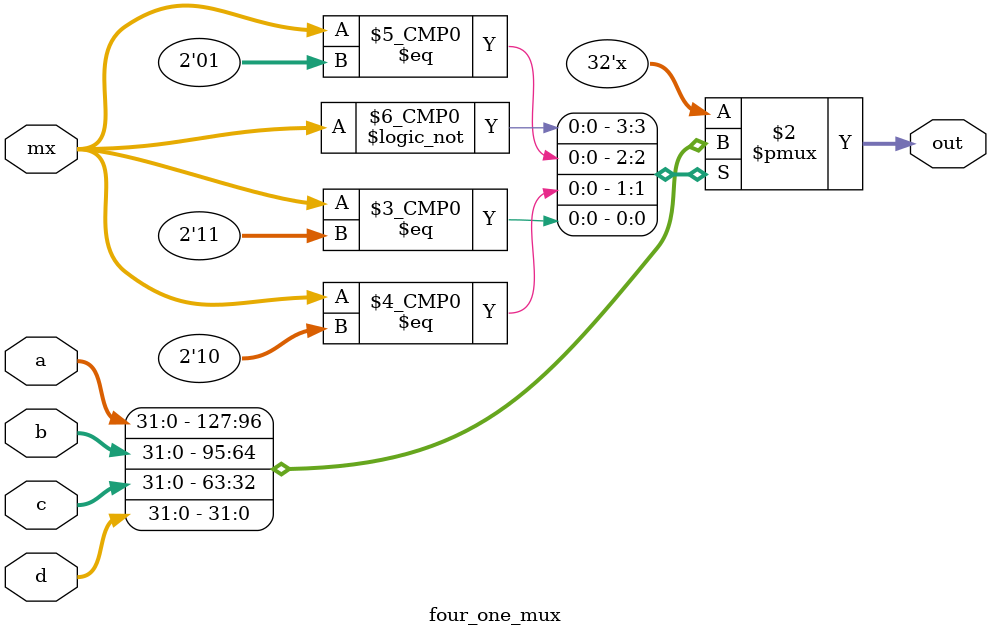
<source format=sv>
module two_one_mux (
    input logic mx,
    input logic [31:0] a,
    input logic [31:0] b,
    output logic [31:0] out
);
    always_comb begin
        case(mx)
            0: out = a;
            1: out = b;
            default: out = 0;
        endcase
    end
endmodule

module four_one_mux (
    input logic [1:0] mx,
    input logic [31:0] a,
    input logic [31:0] b,
    input logic [31:0] c,
    input logic [31:0] d,
    output logic [31:0] out
);
    always_comb begin 
        case(mx)
            0: out = a;
            1: out = b;
            2: out = c;
            3: out = d;
            default: out = 0;
        endcase
    end
endmodule
</source>
